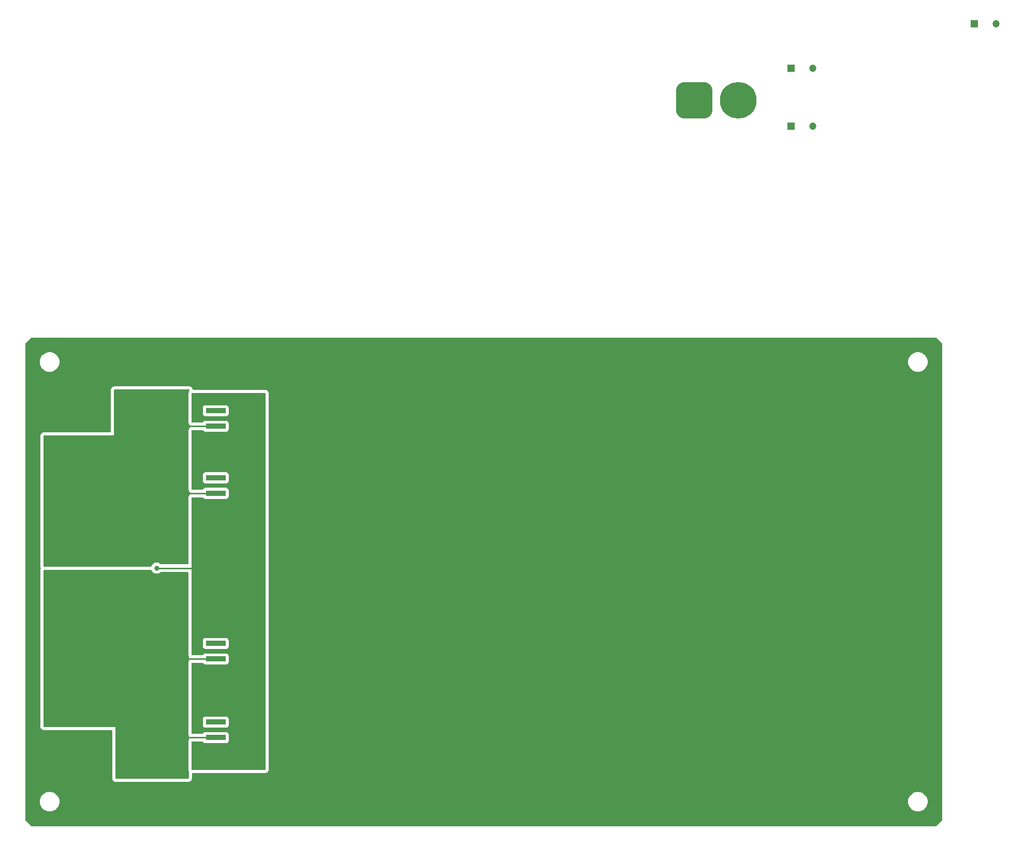
<source format=gbl>
G04 #@! TF.GenerationSoftware,KiCad,Pcbnew,7.0.1*
G04 #@! TF.CreationDate,2023-04-06T04:35:05-07:00*
G04 #@! TF.ProjectId,rps01,72707330-312e-46b6-9963-61645f706362,0*
G04 #@! TF.SameCoordinates,Original*
G04 #@! TF.FileFunction,Copper,L2,Bot*
G04 #@! TF.FilePolarity,Positive*
%FSLAX46Y46*%
G04 Gerber Fmt 4.6, Leading zero omitted, Abs format (unit mm)*
G04 Created by KiCad (PCBNEW 7.0.1) date 2023-04-06 04:35:05*
%MOMM*%
%LPD*%
G01*
G04 APERTURE LIST*
G04 Aperture macros list*
%AMRoundRect*
0 Rectangle with rounded corners*
0 $1 Rounding radius*
0 $2 $3 $4 $5 $6 $7 $8 $9 X,Y pos of 4 corners*
0 Add a 4 corners polygon primitive as box body*
4,1,4,$2,$3,$4,$5,$6,$7,$8,$9,$2,$3,0*
0 Add four circle primitives for the rounded corners*
1,1,$1+$1,$2,$3*
1,1,$1+$1,$4,$5*
1,1,$1+$1,$6,$7*
1,1,$1+$1,$8,$9*
0 Add four rect primitives between the rounded corners*
20,1,$1+$1,$2,$3,$4,$5,0*
20,1,$1+$1,$4,$5,$6,$7,0*
20,1,$1+$1,$6,$7,$8,$9,0*
20,1,$1+$1,$8,$9,$2,$3,0*%
G04 Aperture macros list end*
G04 #@! TA.AperFunction,ComponentPad*
%ADD10RoundRect,1.900000X1.900000X-1.900000X1.900000X1.900000X-1.900000X1.900000X-1.900000X-1.900000X0*%
G04 #@! TD*
G04 #@! TA.AperFunction,ComponentPad*
%ADD11C,7.600000*%
G04 #@! TD*
G04 #@! TA.AperFunction,ComponentPad*
%ADD12R,1.200000X1.200000*%
G04 #@! TD*
G04 #@! TA.AperFunction,ComponentPad*
%ADD13C,1.200000*%
G04 #@! TD*
G04 #@! TA.AperFunction,ComponentPad*
%ADD14RoundRect,1.900000X-1.900000X1.900000X-1.900000X-1.900000X1.900000X-1.900000X1.900000X1.900000X0*%
G04 #@! TD*
G04 #@! TA.AperFunction,ComponentPad*
%ADD15RoundRect,1.900000X-1.900000X-1.900000X1.900000X-1.900000X1.900000X1.900000X-1.900000X1.900000X0*%
G04 #@! TD*
G04 #@! TA.AperFunction,ComponentPad*
%ADD16RoundRect,1.500000X-1.500000X-1.500000X1.500000X-1.500000X1.500000X1.500000X-1.500000X1.500000X0*%
G04 #@! TD*
G04 #@! TA.AperFunction,ComponentPad*
%ADD17C,6.000000*%
G04 #@! TD*
G04 #@! TA.AperFunction,SMDPad,CuDef*
%ADD18R,3.251200X0.812800*%
G04 #@! TD*
G04 #@! TA.AperFunction,SMDPad,CuDef*
%ADD19R,8.305800X7.874000*%
G04 #@! TD*
G04 #@! TA.AperFunction,ViaPad*
%ADD20C,0.800000*%
G04 #@! TD*
G04 #@! TA.AperFunction,Conductor*
%ADD21C,0.250000*%
G04 #@! TD*
G04 APERTURE END LIST*
D10*
X22750000Y-88000000D03*
D11*
X22750000Y-77000000D03*
D12*
X139297500Y16090000D03*
D13*
X142797500Y16090000D03*
D14*
X22750000Y-28500000D03*
D11*
X22750000Y-39500000D03*
D12*
X139297500Y25640000D03*
D13*
X142797500Y25640000D03*
D15*
X47840000Y-55880000D03*
D11*
X58840000Y-55880000D03*
D12*
X169252500Y32920000D03*
D13*
X172752500Y32920000D03*
D16*
X123400000Y20320000D03*
D17*
X130600000Y20320000D03*
D18*
X45172200Y-41460000D03*
X45172200Y-44000000D03*
X45172200Y-46540000D03*
D19*
X35050300Y-44000000D03*
D18*
X45172200Y-30480000D03*
X45172200Y-33020000D03*
X45172200Y-35560000D03*
D19*
X35050300Y-33020000D03*
D18*
X45172200Y-68580000D03*
X45172200Y-71120000D03*
X45172200Y-73660000D03*
D19*
X35050300Y-71120000D03*
D18*
X45172200Y-81460000D03*
X45172200Y-84000000D03*
X45172200Y-86540000D03*
D19*
X35050300Y-84000000D03*
D20*
X15500000Y-56250000D03*
X35500000Y-56250000D03*
X32750000Y-30750000D03*
X33000000Y-46000000D03*
X37750000Y-35750000D03*
X32500000Y-35250000D03*
X37750000Y-30750000D03*
X35250000Y-33000000D03*
X35000000Y-44000000D03*
X33000000Y-42250000D03*
X37250000Y-46000000D03*
X37250000Y-42250000D03*
X35250000Y-60250000D03*
X35000000Y-71250000D03*
X32250000Y-81000000D03*
X32250000Y-68500000D03*
X37750000Y-68500000D03*
X32000000Y-86500000D03*
X37750000Y-73750000D03*
X32000000Y-73750000D03*
X37500000Y-86500000D03*
X38250000Y-80750000D03*
X35000000Y-84000000D03*
X45172200Y-81460000D03*
X45172200Y-68580000D03*
X45172200Y-41460000D03*
X45172200Y-30480000D03*
D21*
X47470000Y-56250000D02*
X47840000Y-55880000D01*
X35500000Y-56250000D02*
X47470000Y-56250000D01*
X45172200Y-44000000D02*
X35050300Y-44000000D01*
X45681900Y-33020000D02*
X35560000Y-33020000D01*
X45172200Y-84000000D02*
X35050300Y-84000000D01*
X45681900Y-71120000D02*
X35560000Y-71120000D01*
G04 #@! TA.AperFunction,Conductor*
G36*
X34590707Y-56524220D02*
G01*
X34632422Y-56554528D01*
X34658203Y-56599182D01*
X34665472Y-56621556D01*
X34760957Y-56786941D01*
X34760960Y-56786944D01*
X34888747Y-56928866D01*
X34911642Y-56945500D01*
X35043248Y-57041118D01*
X35217714Y-57118795D01*
X35404511Y-57158500D01*
X35404513Y-57158500D01*
X35595487Y-57158500D01*
X35595489Y-57158500D01*
X35782285Y-57118795D01*
X35782286Y-57118794D01*
X35782288Y-57118794D01*
X35956752Y-57041118D01*
X36111253Y-56928866D01*
X36115158Y-56924528D01*
X36156873Y-56894221D01*
X36207309Y-56883500D01*
X40542500Y-56883500D01*
X40604500Y-56900113D01*
X40649887Y-56945500D01*
X40666500Y-57007500D01*
X40666500Y-68178600D01*
X40666500Y-70362500D01*
X40683997Y-70495405D01*
X40700610Y-70557405D01*
X40740561Y-70653854D01*
X40750000Y-70701307D01*
X40750000Y-71538693D01*
X40740561Y-71586146D01*
X40700611Y-71682593D01*
X40683996Y-71744598D01*
X40666500Y-71877499D01*
X40666500Y-71877500D01*
X40666500Y-81058600D01*
X40666500Y-83242500D01*
X40683997Y-83375405D01*
X40700610Y-83437405D01*
X40740561Y-83533854D01*
X40750000Y-83581307D01*
X40750000Y-84418693D01*
X40740561Y-84466146D01*
X40700611Y-84562593D01*
X40683996Y-84624598D01*
X40667339Y-84751124D01*
X40666500Y-84757500D01*
X40666500Y-89146000D01*
X40683997Y-89278905D01*
X40700610Y-89340905D01*
X40740561Y-89437354D01*
X40750000Y-89484807D01*
X40750000Y-90626000D01*
X40733387Y-90688000D01*
X40688000Y-90733387D01*
X40626000Y-90750000D01*
X28874000Y-90750000D01*
X28812000Y-90733387D01*
X28766613Y-90688000D01*
X28750000Y-90626000D01*
X28750000Y-82250000D01*
X17124000Y-82250000D01*
X17062000Y-82233387D01*
X17016613Y-82188000D01*
X17000000Y-82126000D01*
X17000000Y-56637500D01*
X17016613Y-56575500D01*
X17062000Y-56530113D01*
X17124000Y-56513500D01*
X34540272Y-56513500D01*
X34590707Y-56524220D01*
G37*
G04 #@! TD.AperFunction*
G04 #@! TA.AperFunction,Conductor*
G36*
X53278000Y-27586613D02*
G01*
X53323387Y-27632000D01*
X53340000Y-27694000D01*
X53340000Y-89146000D01*
X53323387Y-89208000D01*
X53278000Y-89253387D01*
X53216000Y-89270000D01*
X41304000Y-89270000D01*
X41242000Y-89253387D01*
X41196613Y-89208000D01*
X41180000Y-89146000D01*
X41180000Y-84757500D01*
X41196613Y-84695500D01*
X41242000Y-84650113D01*
X41304000Y-84633500D01*
X43019340Y-84633500D01*
X43074845Y-84646616D01*
X43118607Y-84683190D01*
X43183338Y-84769661D01*
X43300396Y-84857289D01*
X43437394Y-84908388D01*
X43437397Y-84908388D01*
X43437399Y-84908389D01*
X43497962Y-84914900D01*
X46846434Y-84914900D01*
X46846438Y-84914900D01*
X46907001Y-84908389D01*
X46907003Y-84908388D01*
X46907005Y-84908388D01*
X46984924Y-84879324D01*
X47044004Y-84857289D01*
X47161061Y-84769661D01*
X47248689Y-84652604D01*
X47299789Y-84515601D01*
X47306300Y-84455038D01*
X47306300Y-83544962D01*
X47299789Y-83484399D01*
X47299788Y-83484397D01*
X47299788Y-83484394D01*
X47248689Y-83347396D01*
X47161061Y-83230338D01*
X47044003Y-83142710D01*
X46907005Y-83091611D01*
X46876719Y-83088355D01*
X46846438Y-83085100D01*
X43497962Y-83085100D01*
X43471045Y-83087993D01*
X43437394Y-83091611D01*
X43300396Y-83142710D01*
X43183338Y-83230338D01*
X43118607Y-83316810D01*
X43074845Y-83353384D01*
X43019340Y-83366500D01*
X41304000Y-83366500D01*
X41242000Y-83349887D01*
X41196613Y-83304500D01*
X41180000Y-83242500D01*
X41180000Y-81915034D01*
X43038100Y-81915034D01*
X43044611Y-81975605D01*
X43095710Y-82112603D01*
X43183338Y-82229661D01*
X43300396Y-82317289D01*
X43437394Y-82368388D01*
X43437397Y-82368388D01*
X43437399Y-82368389D01*
X43497962Y-82374900D01*
X46846434Y-82374900D01*
X46846438Y-82374900D01*
X46907001Y-82368389D01*
X46907003Y-82368388D01*
X46907005Y-82368388D01*
X46984924Y-82339324D01*
X47044004Y-82317289D01*
X47161061Y-82229661D01*
X47248689Y-82112604D01*
X47299789Y-81975601D01*
X47306300Y-81915038D01*
X47306300Y-81004962D01*
X47299789Y-80944399D01*
X47299788Y-80944397D01*
X47299788Y-80944394D01*
X47248689Y-80807396D01*
X47161061Y-80690338D01*
X47044003Y-80602710D01*
X46907005Y-80551611D01*
X46876719Y-80548355D01*
X46846438Y-80545100D01*
X43497962Y-80545100D01*
X43471045Y-80547993D01*
X43437394Y-80551611D01*
X43300396Y-80602710D01*
X43183338Y-80690338D01*
X43095710Y-80807396D01*
X43044611Y-80944394D01*
X43038100Y-81004966D01*
X43038100Y-81915034D01*
X41180000Y-81915034D01*
X41180000Y-71877500D01*
X41196613Y-71815500D01*
X41242000Y-71770113D01*
X41304000Y-71753500D01*
X43019340Y-71753500D01*
X43074845Y-71766616D01*
X43118607Y-71803190D01*
X43183338Y-71889661D01*
X43300396Y-71977289D01*
X43437394Y-72028388D01*
X43437397Y-72028388D01*
X43437399Y-72028389D01*
X43497962Y-72034900D01*
X46846434Y-72034900D01*
X46846438Y-72034900D01*
X46907001Y-72028389D01*
X46907003Y-72028388D01*
X46907005Y-72028388D01*
X46984924Y-71999324D01*
X47044004Y-71977289D01*
X47161061Y-71889661D01*
X47248689Y-71772604D01*
X47299789Y-71635601D01*
X47306300Y-71575038D01*
X47306300Y-70664962D01*
X47299789Y-70604399D01*
X47299788Y-70604397D01*
X47299788Y-70604394D01*
X47248689Y-70467396D01*
X47161061Y-70350338D01*
X47044003Y-70262710D01*
X46907005Y-70211611D01*
X46876719Y-70208355D01*
X46846438Y-70205100D01*
X43497962Y-70205100D01*
X43471045Y-70207993D01*
X43437394Y-70211611D01*
X43300396Y-70262710D01*
X43183338Y-70350338D01*
X43118607Y-70436810D01*
X43074845Y-70473384D01*
X43019340Y-70486500D01*
X41304000Y-70486500D01*
X41242000Y-70469887D01*
X41196613Y-70424500D01*
X41180000Y-70362500D01*
X41180000Y-69035034D01*
X43038100Y-69035034D01*
X43044611Y-69095605D01*
X43095710Y-69232603D01*
X43183338Y-69349661D01*
X43300396Y-69437289D01*
X43437394Y-69488388D01*
X43437397Y-69488388D01*
X43437399Y-69488389D01*
X43497962Y-69494900D01*
X46846434Y-69494900D01*
X46846438Y-69494900D01*
X46907001Y-69488389D01*
X46907003Y-69488388D01*
X46907005Y-69488388D01*
X46984924Y-69459324D01*
X47044004Y-69437289D01*
X47161061Y-69349661D01*
X47248689Y-69232604D01*
X47299789Y-69095601D01*
X47306300Y-69035038D01*
X47306300Y-68124962D01*
X47299789Y-68064399D01*
X47299788Y-68064397D01*
X47299788Y-68064394D01*
X47248689Y-67927396D01*
X47161061Y-67810338D01*
X47044003Y-67722710D01*
X46907005Y-67671611D01*
X46876719Y-67668355D01*
X46846438Y-67665100D01*
X43497962Y-67665100D01*
X43471045Y-67667993D01*
X43437394Y-67671611D01*
X43300396Y-67722710D01*
X43183338Y-67810338D01*
X43095710Y-67927396D01*
X43044611Y-68064394D01*
X43038100Y-68124966D01*
X43038100Y-69035034D01*
X41180000Y-69035034D01*
X41180000Y-44757500D01*
X41196613Y-44695500D01*
X41242000Y-44650113D01*
X41304000Y-44633500D01*
X43019340Y-44633500D01*
X43074845Y-44646616D01*
X43118607Y-44683190D01*
X43183338Y-44769661D01*
X43300396Y-44857289D01*
X43437394Y-44908388D01*
X43437397Y-44908388D01*
X43437399Y-44908389D01*
X43497962Y-44914900D01*
X46846434Y-44914900D01*
X46846438Y-44914900D01*
X46907001Y-44908389D01*
X46907003Y-44908388D01*
X46907005Y-44908388D01*
X46984924Y-44879324D01*
X47044004Y-44857289D01*
X47161061Y-44769661D01*
X47248689Y-44652604D01*
X47299789Y-44515601D01*
X47306300Y-44455038D01*
X47306300Y-43544962D01*
X47299789Y-43484399D01*
X47299788Y-43484397D01*
X47299788Y-43484394D01*
X47248689Y-43347396D01*
X47161061Y-43230338D01*
X47044003Y-43142710D01*
X46907005Y-43091611D01*
X46876719Y-43088355D01*
X46846438Y-43085100D01*
X43497962Y-43085100D01*
X43471045Y-43087993D01*
X43437394Y-43091611D01*
X43300396Y-43142710D01*
X43183338Y-43230338D01*
X43118607Y-43316810D01*
X43074845Y-43353384D01*
X43019340Y-43366500D01*
X41304000Y-43366500D01*
X41242000Y-43349887D01*
X41196613Y-43304500D01*
X41180000Y-43242500D01*
X41180000Y-41915034D01*
X43038100Y-41915034D01*
X43044611Y-41975605D01*
X43095710Y-42112603D01*
X43183338Y-42229661D01*
X43300396Y-42317289D01*
X43437394Y-42368388D01*
X43437397Y-42368388D01*
X43437399Y-42368389D01*
X43497962Y-42374900D01*
X46846434Y-42374900D01*
X46846438Y-42374900D01*
X46907001Y-42368389D01*
X46907003Y-42368388D01*
X46907005Y-42368388D01*
X46984924Y-42339324D01*
X47044004Y-42317289D01*
X47161061Y-42229661D01*
X47248689Y-42112604D01*
X47299789Y-41975601D01*
X47306300Y-41915038D01*
X47306300Y-41004962D01*
X47299789Y-40944399D01*
X47299788Y-40944397D01*
X47299788Y-40944394D01*
X47248689Y-40807396D01*
X47161061Y-40690338D01*
X47044003Y-40602710D01*
X46907005Y-40551611D01*
X46876719Y-40548355D01*
X46846438Y-40545100D01*
X43497962Y-40545100D01*
X43471045Y-40547993D01*
X43437394Y-40551611D01*
X43300396Y-40602710D01*
X43183338Y-40690338D01*
X43095710Y-40807396D01*
X43044611Y-40944394D01*
X43038100Y-41004966D01*
X43038100Y-41915034D01*
X41180000Y-41915034D01*
X41180000Y-33777500D01*
X41196613Y-33715500D01*
X41242000Y-33670113D01*
X41304000Y-33653500D01*
X43019340Y-33653500D01*
X43074845Y-33666616D01*
X43118607Y-33703190D01*
X43183338Y-33789661D01*
X43300396Y-33877289D01*
X43437394Y-33928388D01*
X43437397Y-33928388D01*
X43437399Y-33928389D01*
X43497962Y-33934900D01*
X46846434Y-33934900D01*
X46846438Y-33934900D01*
X46907001Y-33928389D01*
X46907003Y-33928388D01*
X46907005Y-33928388D01*
X46984924Y-33899324D01*
X47044004Y-33877289D01*
X47161061Y-33789661D01*
X47248689Y-33672604D01*
X47299789Y-33535601D01*
X47306300Y-33475038D01*
X47306300Y-32564962D01*
X47299789Y-32504399D01*
X47299788Y-32504397D01*
X47299788Y-32504394D01*
X47248689Y-32367396D01*
X47161061Y-32250338D01*
X47044003Y-32162710D01*
X46907005Y-32111611D01*
X46876719Y-32108355D01*
X46846438Y-32105100D01*
X43497962Y-32105100D01*
X43471045Y-32107993D01*
X43437394Y-32111611D01*
X43300396Y-32162710D01*
X43183338Y-32250338D01*
X43118607Y-32336810D01*
X43074845Y-32373384D01*
X43019340Y-32386500D01*
X41304000Y-32386500D01*
X41242000Y-32369887D01*
X41196613Y-32324500D01*
X41180000Y-32262500D01*
X41180000Y-30935034D01*
X43038100Y-30935034D01*
X43044611Y-30995605D01*
X43095710Y-31132603D01*
X43183338Y-31249661D01*
X43300396Y-31337289D01*
X43437394Y-31388388D01*
X43437397Y-31388388D01*
X43437399Y-31388389D01*
X43497962Y-31394900D01*
X46846434Y-31394900D01*
X46846438Y-31394900D01*
X46907001Y-31388389D01*
X46907003Y-31388388D01*
X46907005Y-31388388D01*
X46984924Y-31359324D01*
X47044004Y-31337289D01*
X47161061Y-31249661D01*
X47248689Y-31132604D01*
X47299789Y-30995601D01*
X47306300Y-30935038D01*
X47306300Y-30024962D01*
X47299789Y-29964399D01*
X47299788Y-29964397D01*
X47299788Y-29964394D01*
X47248689Y-29827396D01*
X47161061Y-29710338D01*
X47044003Y-29622710D01*
X46907005Y-29571611D01*
X46876719Y-29568355D01*
X46846438Y-29565100D01*
X43497962Y-29565100D01*
X43471045Y-29567993D01*
X43437394Y-29571611D01*
X43300396Y-29622710D01*
X43183338Y-29710338D01*
X43095710Y-29827396D01*
X43044611Y-29964394D01*
X43038100Y-30024966D01*
X43038100Y-30935034D01*
X41180000Y-30935034D01*
X41180000Y-27694000D01*
X41196613Y-27632000D01*
X41242000Y-27586613D01*
X41304000Y-27570000D01*
X53216000Y-27570000D01*
X53278000Y-27586613D01*
G37*
G04 #@! TD.AperFunction*
G04 #@! TA.AperFunction,Conductor*
G36*
X162995883Y-18489939D02*
G01*
X163036111Y-18516819D01*
X163963181Y-19443888D01*
X163990061Y-19484116D01*
X163999500Y-19531569D01*
X163999500Y-97428431D01*
X163990061Y-97475884D01*
X163963181Y-97516112D01*
X163036111Y-98443181D01*
X162995883Y-98470061D01*
X162948430Y-98479500D01*
X15051569Y-98479500D01*
X15004116Y-98470061D01*
X14963888Y-98443181D01*
X14036819Y-97516111D01*
X14009939Y-97475883D01*
X14000500Y-97428430D01*
X14000500Y-94480000D01*
X16394551Y-94480000D01*
X16414317Y-94731149D01*
X16473126Y-94976110D01*
X16521330Y-95092485D01*
X16569534Y-95208859D01*
X16701164Y-95423659D01*
X16864776Y-95615224D01*
X17056341Y-95778836D01*
X17271141Y-95910466D01*
X17503889Y-96006873D01*
X17748852Y-96065683D01*
X18000000Y-96085449D01*
X18251148Y-96065683D01*
X18496111Y-96006873D01*
X18728859Y-95910466D01*
X18943659Y-95778836D01*
X19135224Y-95615224D01*
X19298836Y-95423659D01*
X19430466Y-95208859D01*
X19526873Y-94976111D01*
X19585683Y-94731148D01*
X19605449Y-94480000D01*
X158394551Y-94480000D01*
X158414317Y-94731149D01*
X158473126Y-94976110D01*
X158521330Y-95092485D01*
X158569534Y-95208859D01*
X158701164Y-95423659D01*
X158864776Y-95615224D01*
X159056341Y-95778836D01*
X159271141Y-95910466D01*
X159503889Y-96006873D01*
X159748852Y-96065683D01*
X160000000Y-96085449D01*
X160251148Y-96065683D01*
X160496111Y-96006873D01*
X160728859Y-95910466D01*
X160943659Y-95778836D01*
X161135224Y-95615224D01*
X161298836Y-95423659D01*
X161430466Y-95208859D01*
X161526873Y-94976111D01*
X161585683Y-94731148D01*
X161605449Y-94480000D01*
X161585683Y-94228852D01*
X161526873Y-93983889D01*
X161430466Y-93751141D01*
X161298836Y-93536341D01*
X161135224Y-93344776D01*
X160943659Y-93181164D01*
X160728859Y-93049534D01*
X160612484Y-93001330D01*
X160496110Y-92953126D01*
X160251149Y-92894317D01*
X160000000Y-92874551D01*
X159748850Y-92894317D01*
X159503889Y-92953126D01*
X159271139Y-93049535D01*
X159056342Y-93181163D01*
X158864776Y-93344776D01*
X158701163Y-93536342D01*
X158569535Y-93751139D01*
X158473126Y-93983889D01*
X158414317Y-94228850D01*
X158394551Y-94480000D01*
X19605449Y-94480000D01*
X19585683Y-94228852D01*
X19526873Y-93983889D01*
X19430466Y-93751141D01*
X19298836Y-93536341D01*
X19135224Y-93344776D01*
X18943659Y-93181164D01*
X18728859Y-93049534D01*
X18612484Y-93001330D01*
X18496110Y-92953126D01*
X18251149Y-92894317D01*
X18000000Y-92874551D01*
X17748850Y-92894317D01*
X17503889Y-92953126D01*
X17271139Y-93049535D01*
X17056342Y-93181163D01*
X16864776Y-93344776D01*
X16701163Y-93536342D01*
X16569535Y-93751139D01*
X16473126Y-93983889D01*
X16414317Y-94228850D01*
X16394551Y-94480000D01*
X14000500Y-94480000D01*
X14000500Y-82126001D01*
X16486500Y-82126001D01*
X16503996Y-82258901D01*
X16520611Y-82320909D01*
X16571908Y-82444751D01*
X16653513Y-82551099D01*
X16698900Y-82596486D01*
X16805248Y-82678091D01*
X16929090Y-82729388D01*
X16929095Y-82729390D01*
X16991095Y-82746003D01*
X17090773Y-82759125D01*
X17123999Y-82763500D01*
X17124000Y-82763500D01*
X28112500Y-82763500D01*
X28174500Y-82780113D01*
X28219887Y-82825500D01*
X28236500Y-82887500D01*
X28236500Y-90626001D01*
X28253996Y-90758901D01*
X28270611Y-90820909D01*
X28321908Y-90944751D01*
X28403513Y-91051099D01*
X28448900Y-91096486D01*
X28555248Y-91178091D01*
X28679090Y-91229388D01*
X28679095Y-91229390D01*
X28741095Y-91246003D01*
X28840773Y-91259125D01*
X28873999Y-91263500D01*
X28874000Y-91263500D01*
X40626000Y-91263500D01*
X40626001Y-91263500D01*
X40652580Y-91260000D01*
X40758905Y-91246003D01*
X40820905Y-91229390D01*
X40944751Y-91178091D01*
X41051099Y-91096486D01*
X41096486Y-91051099D01*
X41178091Y-90944751D01*
X41229390Y-90820905D01*
X41246003Y-90758905D01*
X41263500Y-90626000D01*
X41263500Y-89907500D01*
X41280113Y-89845500D01*
X41325500Y-89800113D01*
X41387500Y-89783500D01*
X53216001Y-89783500D01*
X53256501Y-89778168D01*
X53348905Y-89766003D01*
X53410905Y-89749390D01*
X53534751Y-89698091D01*
X53641099Y-89616486D01*
X53686486Y-89571099D01*
X53768091Y-89464751D01*
X53819390Y-89340905D01*
X53836003Y-89278905D01*
X53853500Y-89146000D01*
X53853500Y-27694000D01*
X53836003Y-27561095D01*
X53819390Y-27499095D01*
X53768091Y-27375249D01*
X53768091Y-27375248D01*
X53686486Y-27268900D01*
X53641099Y-27223513D01*
X53534751Y-27141908D01*
X53410909Y-27090611D01*
X53348901Y-27073996D01*
X53216001Y-27056500D01*
X53216000Y-27056500D01*
X41537921Y-27056500D01*
X41483320Y-27043832D01*
X41439876Y-27008416D01*
X41416465Y-26957488D01*
X41414759Y-26949196D01*
X41395135Y-26891391D01*
X41339545Y-26776787D01*
X41339544Y-26776786D01*
X41339544Y-26776785D01*
X41293188Y-26721785D01*
X41257457Y-26679391D01*
X41212630Y-26637953D01*
X41212626Y-26637950D01*
X41109085Y-26563753D01*
X40990458Y-26517323D01*
X40931298Y-26502300D01*
X40931295Y-26502299D01*
X40931293Y-26502299D01*
X40804897Y-26486500D01*
X28624000Y-26486500D01*
X28623999Y-26486500D01*
X28491098Y-26503996D01*
X28429090Y-26520611D01*
X28305248Y-26571908D01*
X28198900Y-26653513D01*
X28153513Y-26698900D01*
X28071908Y-26805248D01*
X28020611Y-26929090D01*
X28003996Y-26991098D01*
X27986500Y-27123999D01*
X27986500Y-33862500D01*
X27969887Y-33924500D01*
X27924500Y-33969887D01*
X27862500Y-33986500D01*
X17123999Y-33986500D01*
X16991098Y-34003996D01*
X16929090Y-34020611D01*
X16805248Y-34071908D01*
X16698900Y-34153513D01*
X16653513Y-34198900D01*
X16571908Y-34305248D01*
X16520611Y-34429090D01*
X16503996Y-34491098D01*
X16486500Y-34623999D01*
X16486500Y-55876001D01*
X16503996Y-56008901D01*
X16520611Y-56070910D01*
X16577933Y-56209298D01*
X16587372Y-56256750D01*
X16577933Y-56304202D01*
X16520611Y-56442589D01*
X16503996Y-56504598D01*
X16486500Y-56637499D01*
X16486500Y-82126001D01*
X14000500Y-82126001D01*
X14000500Y-22480000D01*
X16394551Y-22480000D01*
X16414317Y-22731149D01*
X16473126Y-22976110D01*
X16521330Y-23092484D01*
X16569534Y-23208859D01*
X16701164Y-23423659D01*
X16864776Y-23615224D01*
X17056341Y-23778836D01*
X17271141Y-23910466D01*
X17503889Y-24006873D01*
X17748852Y-24065683D01*
X18000000Y-24085449D01*
X18251148Y-24065683D01*
X18496111Y-24006873D01*
X18728859Y-23910466D01*
X18943659Y-23778836D01*
X19135224Y-23615224D01*
X19298836Y-23423659D01*
X19430466Y-23208859D01*
X19526873Y-22976111D01*
X19585683Y-22731148D01*
X19605449Y-22480000D01*
X158394551Y-22480000D01*
X158414317Y-22731149D01*
X158473126Y-22976110D01*
X158521330Y-23092484D01*
X158569534Y-23208859D01*
X158701164Y-23423659D01*
X158864776Y-23615224D01*
X159056341Y-23778836D01*
X159271141Y-23910466D01*
X159503889Y-24006873D01*
X159748852Y-24065683D01*
X160000000Y-24085449D01*
X160251148Y-24065683D01*
X160496111Y-24006873D01*
X160728859Y-23910466D01*
X160943659Y-23778836D01*
X161135224Y-23615224D01*
X161298836Y-23423659D01*
X161430466Y-23208859D01*
X161526873Y-22976111D01*
X161585683Y-22731148D01*
X161605449Y-22480000D01*
X161585683Y-22228852D01*
X161526873Y-21983889D01*
X161430466Y-21751141D01*
X161298836Y-21536341D01*
X161135224Y-21344776D01*
X160943659Y-21181164D01*
X160728859Y-21049534D01*
X160612485Y-21001330D01*
X160496110Y-20953126D01*
X160251149Y-20894317D01*
X160075588Y-20880500D01*
X160000000Y-20874551D01*
X159999999Y-20874551D01*
X159748850Y-20894317D01*
X159503889Y-20953126D01*
X159271139Y-21049535D01*
X159056342Y-21181163D01*
X158864776Y-21344776D01*
X158701163Y-21536342D01*
X158569535Y-21751139D01*
X158473126Y-21983889D01*
X158414317Y-22228850D01*
X158394551Y-22480000D01*
X19605449Y-22480000D01*
X19585683Y-22228852D01*
X19526873Y-21983889D01*
X19430466Y-21751141D01*
X19298836Y-21536341D01*
X19135224Y-21344776D01*
X18943659Y-21181164D01*
X18728859Y-21049534D01*
X18612485Y-21001330D01*
X18496110Y-20953126D01*
X18251149Y-20894317D01*
X18075588Y-20880500D01*
X18000000Y-20874551D01*
X17999999Y-20874551D01*
X17748850Y-20894317D01*
X17503889Y-20953126D01*
X17271139Y-21049535D01*
X17056342Y-21181163D01*
X16864776Y-21344776D01*
X16701163Y-21536342D01*
X16569535Y-21751139D01*
X16473126Y-21983889D01*
X16414317Y-22228850D01*
X16394551Y-22480000D01*
X14000500Y-22480000D01*
X14000500Y-19531570D01*
X14009939Y-19484117D01*
X14036819Y-19443889D01*
X14963888Y-18516819D01*
X15004116Y-18489939D01*
X15051569Y-18480500D01*
X162948430Y-18480500D01*
X162995883Y-18489939D01*
G37*
G04 #@! TD.AperFunction*
G04 #@! TA.AperFunction,Conductor*
G36*
X40864064Y-27015026D02*
G01*
X40908891Y-27056464D01*
X40928515Y-27114269D01*
X40918178Y-27174433D01*
X40884295Y-27217415D01*
X40884647Y-27217767D01*
X40881674Y-27220739D01*
X40880386Y-27222374D01*
X40878898Y-27223515D01*
X40833513Y-27268900D01*
X40751908Y-27375248D01*
X40700611Y-27499090D01*
X40683996Y-27561098D01*
X40666500Y-27693999D01*
X40666500Y-32262501D01*
X40683996Y-32395401D01*
X40700611Y-32457409D01*
X40751908Y-32581251D01*
X40833513Y-32687599D01*
X40878900Y-32732986D01*
X40951487Y-32788685D01*
X40987212Y-32832217D01*
X41000000Y-32887060D01*
X41000000Y-33152940D01*
X40987212Y-33207783D01*
X40951487Y-33251315D01*
X40878900Y-33307013D01*
X40833513Y-33352400D01*
X40751908Y-33458748D01*
X40700611Y-33582590D01*
X40683996Y-33644598D01*
X40666500Y-33777499D01*
X40666500Y-43242501D01*
X40683996Y-43375401D01*
X40700611Y-43437409D01*
X40751908Y-43561251D01*
X40833513Y-43667599D01*
X40878900Y-43712986D01*
X40951487Y-43768685D01*
X40987212Y-43812217D01*
X41000000Y-43867060D01*
X41000000Y-44132940D01*
X40987212Y-44187783D01*
X40951487Y-44231315D01*
X40878900Y-44287013D01*
X40833513Y-44332400D01*
X40751908Y-44438748D01*
X40700611Y-44562590D01*
X40683996Y-44624598D01*
X40666500Y-44757499D01*
X40666500Y-55492500D01*
X40649887Y-55554500D01*
X40604500Y-55599887D01*
X40542500Y-55616500D01*
X36207309Y-55616500D01*
X36156873Y-55605779D01*
X36115158Y-55575471D01*
X36111253Y-55571134D01*
X35956751Y-55458881D01*
X35782285Y-55381204D01*
X35595489Y-55341500D01*
X35595487Y-55341500D01*
X35404513Y-55341500D01*
X35404511Y-55341500D01*
X35217714Y-55381204D01*
X35043248Y-55458881D01*
X34888748Y-55571133D01*
X34760957Y-55713058D01*
X34665472Y-55878444D01*
X34653817Y-55914317D01*
X34628037Y-55958972D01*
X34586322Y-55989279D01*
X34535886Y-56000000D01*
X17124000Y-56000000D01*
X17062000Y-55983387D01*
X17016613Y-55938000D01*
X17000000Y-55876000D01*
X17000000Y-34624000D01*
X17016613Y-34562000D01*
X17062000Y-34516613D01*
X17124000Y-34500000D01*
X28500000Y-34500000D01*
X28500000Y-27124000D01*
X28516613Y-27062000D01*
X28562000Y-27016613D01*
X28624000Y-27000000D01*
X40804897Y-27000000D01*
X40864064Y-27015026D01*
G37*
G04 #@! TD.AperFunction*
M02*

</source>
